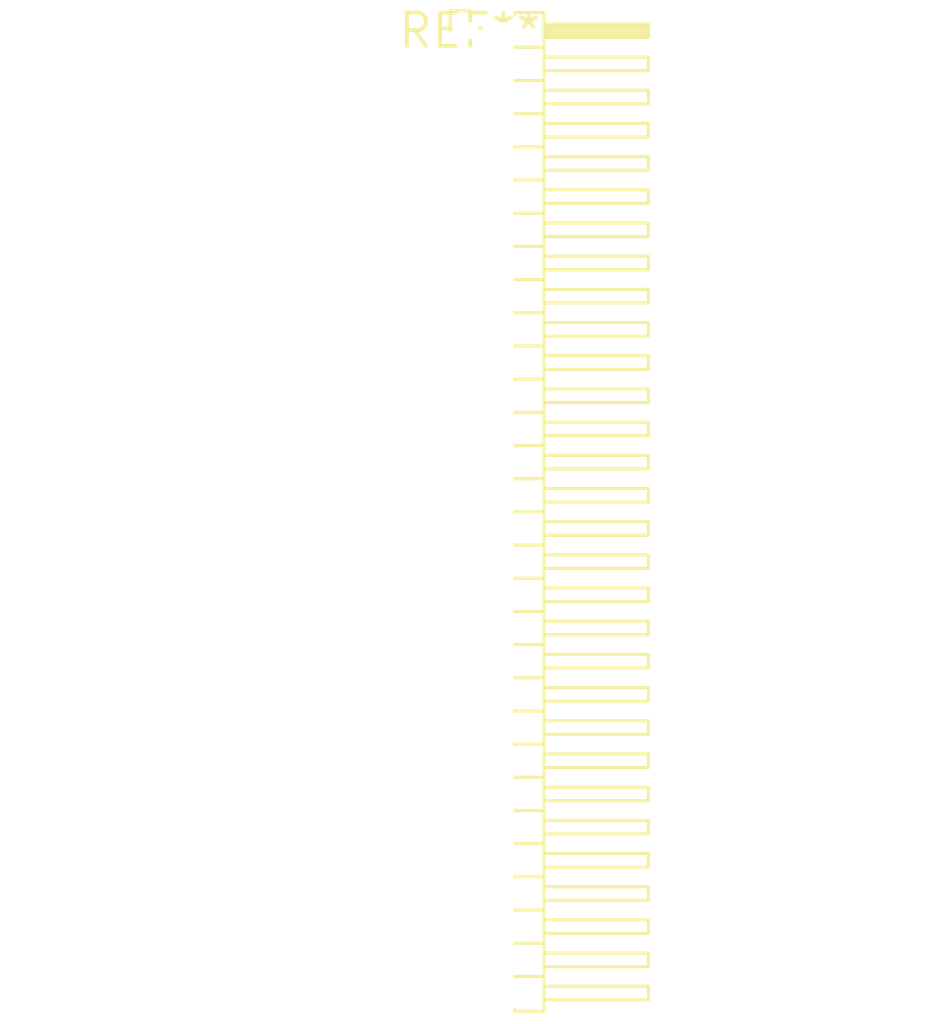
<source format=kicad_pcb>
(kicad_pcb (version 20240108) (generator pcbnew)
  (layers (0 "F.Cu" signal) (31 "B.Cu" signal) (34 "B.Paste" user) (35 "F.Paste" user) (36 "B.SilkS" user "B.Silkscreen") (37 "F.SilkS" user "F.Silkscreen") (38 "B.Mask" user) (39 "F.Mask" user) (44 "Edge.Cuts" user))
  (net 0 "")
  (footprint "PinHeader_2x30_P1.27mm_Horizontal" (layer "F.Cu") (at 0 0)
    (property "Reference" "REF**")
    (property "Value" "PinHeader_2x30_P1.27mm_Horizontal")
    (fp_line (start -0.76 -0.76) (end 0 -0.76) (layer "F.SilkS") (stroke (width 0.12)))
    (fp_line (start -0.76 0) (end -0.76 -0.76) (layer "F.SilkS") (stroke (width 0.12)))
    (fp_line (start 1.71 -0.695) (end 2.83 -0.695) (layer "F.SilkS") (stroke (width 0.12)))
    (fp_line (start 1.71 -0.619677) (end 1.71 -0.695) (layer "F.SilkS") (stroke (width 0.12)))
    (fp_line (start 1.71 0.619677) (end 1.71 0.650323) (layer "F.SilkS") (stroke (width 0.12)))
    (fp_line (start 1.71 0.635) (end 2.83 0.635) (layer "F.SilkS") (stroke (width 0.12)))
    (fp_line (start 1.71 1.889677) (end 1.71 1.920323) (layer "F.SilkS") (stroke (width 0.12)))
    (fp_line (start 1.71 1.905) (end 2.83 1.905) (layer "F.SilkS") (stroke (width 0.12)))
    (fp_line (start 1.71 3.159677) (end 1.71 3.190323) (layer "F.SilkS") (stroke (width 0.12)))
    (fp_line (start 1.71 3.175) (end 2.83 3.175) (layer "F.SilkS") (stroke (width 0.12)))
    (fp_line (start 1.71 4.429677) (end 1.71 4.460323) (layer "F.SilkS") (stroke (width 0.12)))
    (fp_line (start 1.71 4.445) (end 2.83 4.445) (layer "F.SilkS") (stroke (width 0.12)))
    (fp_line (start 1.71 5.699677) (end 1.71 5.730323) (layer "F.SilkS") (stroke (width 0.12)))
    (fp_line (start 1.71 5.715) (end 2.83 5.715) (layer "F.SilkS") (stroke (width 0.12)))
    (fp_line (start 1.71 6.969677) (end 1.71 7.000323) (layer "F.SilkS") (stroke (width 0.12)))
    (fp_line (start 1.71 6.985) (end 2.83 6.985) (layer "F.SilkS") (stroke (width 0.12)))
    (fp_line (start 1.71 8.239677) (end 1.71 8.270323) (layer "F.SilkS") (stroke (width 0.12)))
    (fp_line (start 1.71 8.255) (end 2.83 8.255) (layer "F.SilkS") (stroke (width 0.12)))
    (fp_line (start 1.71 9.509677) (end 1.71 9.540323) (layer "F.SilkS") (stroke (width 0.12)))
    (fp_line (start 1.71 9.525) (end 2.83 9.525) (layer "F.SilkS") (stroke (width 0.12)))
    (fp_line (start 1.71 10.779677) (end 1.71 10.810323) (layer "F.SilkS") (stroke (width 0.12)))
    (fp_line (start 1.71 10.795) (end 2.83 10.795) (layer "F.SilkS") (stroke (width 0.12)))
    (fp_line (start 1.71 12.049677) (end 1.71 12.080323) (layer "F.SilkS") (stroke (width 0.12)))
    (fp_line (start 1.71 12.065) (end 2.83 12.065) (layer "F.SilkS") (stroke (width 0.12)))
    (fp_line (start 1.71 13.319677) (end 1.71 13.350323) (layer "F.SilkS") (stroke (width 0.12)))
    (fp_line (start 1.71 13.335) (end 2.83 13.335) (layer "F.SilkS") (stroke (width 0.12)))
    (fp_line (start 1.71 14.589677) (end 1.71 14.620323) (layer "F.SilkS") (stroke (width 0.12)))
    (fp_line (start 1.71 14.605) (end 2.83 14.605) (layer "F.SilkS") (stroke (width 0.12)))
    (fp_line (start 1.71 15.859677) (end 1.71 15.890323) (layer "F.SilkS") (stroke (width 0.12)))
    (fp_line (start 1.71 15.875) (end 2.83 15.875) (layer "F.SilkS") (stroke (width 0.12)))
    (fp_line (start 1.71 17.129677) (end 1.71 17.160323) (layer "F.SilkS") (stroke (width 0.12)))
    (fp_line (start 1.71 17.145) (end 2.83 17.145) (layer "F.SilkS") (stroke (width 0.12)))
    (fp_line (start 1.71 18.399677) (end 1.71 18.430323) (layer "F.SilkS") (stroke (width 0.12)))
    (fp_line (start 1.71 18.415) (end 2.83 18.415) (layer "F.SilkS") (stroke (width 0.12)))
    (fp_line (start 1.71 19.669677) (end 1.71 19.700323) (layer "F.SilkS") (stroke (width 0.12)))
    (fp_line (start 1.71 19.685) (end 2.83 19.685) (layer "F.SilkS") (stroke (width 0.12)))
    (fp_line (start 1.71 20.939677) (end 1.71 20.970323) (layer "F.SilkS") (stroke (width 0.12)))
    (fp_line (start 1.71 20.955) (end 2.83 20.955) (layer "F.SilkS") (stroke (width 0.12)))
    (fp_line (start 1.71 22.209677) (end 1.71 22.240323) (layer "F.SilkS") (stroke (width 0.12)))
    (fp_line (start 1.71 22.225) (end 2.83 22.225) (layer "F.SilkS") (stroke (width 0.12)))
    (fp_line (start 1.71 23.479677) (end 1.71 23.510323) (layer "F.SilkS") (stroke (width 0.12)))
    (fp_line (start 1.71 23.495) (end 2.83 23.495) (layer "F.SilkS") (stroke (width 0.12)))
    (fp_line (start 1.71 24.749677) (end 1.71 24.780323) (layer "F.SilkS") (stroke (width 0.12)))
    (fp_line (start 1.71 24.765) (end 2.83 24.765) (layer "F.SilkS") (stroke (width 0.12)))
    (fp_line (start 1.71 26.019677) (end 1.71 26.050323) (layer "F.SilkS") (stroke (width 0.12)))
    (fp_line (start 1.71 26.035) (end 2.83 26.035) (layer "F.SilkS") (stroke (width 0.12)))
    (fp_line (start 1.71 27.289677) (end 1.71 27.320323) (layer "F.SilkS") (stroke (width 0.12)))
    (fp_line (start 1.71 27.305) (end 2.83 27.305) (layer "F.SilkS") (stroke (width 0.12)))
    (fp_line (start 1.71 28.559677) (end 1.71 28.590323) (layer "F.SilkS") (stroke (width 0.12)))
    (fp_line (start 1.71 28.575) (end 2.83 28.575) (layer "F.SilkS") (stroke (width 0.12)))
    (fp_line (start 1.71 29.829677) (end 1.71 29.860323) (layer "F.SilkS") (stroke (width 0.12)))
    (fp_line (start 1.71 29.845) (end 2.83 29.845) (layer "F.SilkS") (stroke (width 0.12)))
    (fp_line (start 1.71 31.099677) (end 1.71 31.130323) (layer "F.SilkS") (stroke (width 0.12)))
    (fp_line (start 1.71 31.115) (end 2.83 31.115) (layer "F.SilkS") (stroke (width 0.12)))
    (fp_line (start 1.71 32.369677) (end 1.71 32.400323) (layer "F.SilkS") (stroke (width 0.12)))
    (fp_line (start 1.71 32.385) (end 2.83 32.385) (layer "F.SilkS") (stroke (width 0.12)))
    (fp_line (start 1.71 33.639677) (end 1.71 33.670323) (layer "F.SilkS") (stroke (width 0.12)))
    (fp_line (start 1.71 33.655) (end 2.83 33.655) (layer "F.SilkS") (stroke (width 0.12)))
    (fp_line (start 1.71 34.909677) (end 1.71 34.940323) (layer "F.SilkS") (stroke (width 0.12)))
    (fp_line (start 1.71 34.925) (end 2.83 34.925) (layer "F.SilkS") (stroke (width 0.12)))
    (fp_line (start 1.71 36.179677) (end 1.71 36.210323) (layer "F.SilkS") (stroke (width 0.12)))
    (fp_line (start 1.71 36.195) (end 2.83 36.195) (layer "F.SilkS") (stroke (width 0.12)))
    (fp_line (start 1.71 37.525) (end 1.71 37.449677) (layer "F.SilkS") (stroke (width 0.12)))
    (fp_line (start 2.83 -0.695) (end 2.83 37.525) (layer "F.SilkS") (stroke (width 0.12)))
    (fp_line (start 2.83 -0.26) (end 6.83 -0.26) (layer "F.SilkS") (stroke (width 0.12)))
    (fp_line (start 2.83 -0.2) (end 6.83 -0.2) (layer "F.SilkS") (stroke (width 0.12)))
    (fp_line (start 2.83 -0.08) (end 6.83 -0.08) (layer "F.SilkS") (stroke (width 0.12)))
    (fp_line (start 2.83 0.04) (end 6.83 0.04) (layer "F.SilkS") (stroke (width 0.12)))
    (fp_line (start 2.83 0.16) (end 6.83 0.16) (layer "F.SilkS") (stroke (width 0.12)))
    (fp_line (start 2.83 1.01) (end 6.83 1.01) (layer "F.SilkS") (stroke (width 0.12)))
    (fp_line (start 2.83 2.28) (end 6.83 2.28) (layer "F.SilkS") (stroke (width 0.12)))
    (fp_line (start 2.83 3.55) (end 6.83 3.55) (layer "F.SilkS") (stroke (width 0.12)))
    (fp_line (start 2.83 4.82) (end 6.83 4.82) (layer "F.SilkS") (stroke (width 0.12)))
    (fp_line (start 2.83 6.09) (end 6.83 6.09) (layer "F.SilkS") (stroke (width 0.12)))
    (fp_line (start 2.83 7.36) (end 6.83 7.36) (layer "F.SilkS") (stroke (width 0.12)))
    (fp_line (start 2.83 8.63) (end 6.83 8.63) (layer "F.SilkS") (stroke (width 0.12)))
    (fp_line (start 2.83 9.9) (end 6.83 9.9) (layer "F.SilkS") (stroke (width 0.12)))
    (fp_line (start 2.83 11.17) (end 6.83 11.17) (layer "F.SilkS") (stroke (width 0.12)))
    (fp_line (start 2.83 12.44) (end 6.83 12.44) (layer "F.SilkS") (stroke (width 0.12)))
    (fp_line (start 2.83 13.71) (end 6.83 13.71) (layer "F.SilkS") (stroke (width 0.12)))
    (fp_line (start 2.83 14.98) (end 6.83 14.98) (layer "F.SilkS") (stroke (width 0.12)))
    (fp_line (start 2.83 16.25) (end 6.83 16.25) (layer "F.SilkS") (stroke (width 0.12)))
    (fp_line (start 2.83 17.52) (end 6.83 17.52) (layer "F.SilkS") (stroke (width 0.12)))
    (fp_line (start 2.83 18.79) (end 6.83 18.79) (layer "F.SilkS") (stroke (width 0.12)))
    (fp_line (start 2.83 20.06) (end 6.83 20.06) (layer "F.SilkS") (stroke (width 0.12)))
    (fp_line (start 2.83 21.33) (end 6.83 21.33) (layer "F.SilkS") (stroke (width 0.12)))
    (fp_line (start 2.83 22.6) (end 6.83 22.6) (layer "F.SilkS") (stroke (width 0.12)))
    (fp_line (start 2.83 23.87) (end 6.83 23.87) (layer "F.SilkS") (stroke (width 0.12)))
    (fp_line (start 2.83 25.14) (end 6.83 25.14) (layer "F.SilkS") (stroke (width 0.12)))
    (fp_line (start 2.83 26.41) (end 6.83 26.41) (layer "F.SilkS") (stroke (width 0.12)))
    (fp_line (start 2.83 27.68) (end 6.83 27.68) (layer "F.SilkS") (stroke (width 0.12)))
    (fp_line (start 2.83 28.95) (end 6.83 28.95) (layer "F.SilkS") (stroke (width 0.12)))
    (fp_line (start 2.83 30.22) (end 6.83 30.22) (layer "F.SilkS") (stroke (width 0.12)))
    (fp_line (start 2.83 31.49) (end 6.83 31.49) (layer "F.SilkS") (stroke (width 0.12)))
    (fp_line (start 2.83 32.76) (end 6.83 32.76) (layer "F.SilkS") (stroke (width 0.12)))
    (fp_line (start 2.83 34.03) (end 6.83 34.03) (layer "F.SilkS") (stroke (width 0.12)))
    (fp_line (start 2.83 35.3) (end 6.83 35.3) (layer "F.SilkS") (stroke (width 0.12)))
    (fp_line (start 2.83 36.57) (end 6.83 36.57) (layer "F.SilkS") (stroke (width 0.12)))
    (fp_line (start 2.83 37.525) (end 1.71 37.525) (layer "F.SilkS") (stroke (width 0.12)))
    (fp_line (start 6.83 -0.26) (end 6.83 0.26) (layer "F.SilkS") (stroke (width 0.12)))
    (fp_line (start 6.83 0.26) (end 2.83 0.26) (layer "F.SilkS") (stroke (width 0.12)))
    (fp_line (start 6.83 1.01) (end 6.83 1.53) (layer "F.SilkS") (stroke (width 0.12)))
    (fp_line (start 6.83 1.53) (end 2.83 1.53) (layer "F.SilkS") (stroke (width 0.12)))
    (fp_line (start 6.83 2.28) (end 6.83 2.8) (layer "F.SilkS") (stroke (width 0.12)))
    (fp_line (start 6.83 2.8) (end 2.83 2.8) (layer "F.SilkS") (stroke (width 0.12)))
    (fp_line (start 6.83 3.55) (end 6.83 4.07) (layer "F.SilkS") (stroke (width 0.12)))
    (fp_line (start 6.83 4.07) (end 2.83 4.07) (layer "F.SilkS") (stroke (width 0.12)))
    (fp_line (start 6.83 4.82) (end 6.83 5.34) (layer "F.SilkS") (stroke (width 0.12)))
    (fp_line (start 6.83 5.34) (end 2.83 5.34) (layer "F.SilkS") (stroke (width 0.12)))
    (fp_line (start 6.83 6.09) (end 6.83 6.61) (layer "F.SilkS") (stroke (width 0.12)))
    (fp_line (start 6.83 6.61) (end 2.83 6.61) (layer "F.SilkS") (stroke (width 0.12)))
    (fp_line (start 6.83 7.36) (end 6.83 7.88) (layer "F.SilkS") (stroke (width 0.12)))
    (fp_line (start 6.83 7.88) (end 2.83 7.88) (layer "F.SilkS") (stroke (width 0.12)))
    (fp_line (start 6.83 8.63) (end 6.83 9.15) (layer "F.SilkS") (stroke (width 0.12)))
    (fp_line (start 6.83 9.15) (end 2.83 9.15) (layer "F.SilkS") (stroke (width 0.12)))
    (fp_line (start 6.83 9.9) (end 6.83 10.42) (layer "F.SilkS") (stroke (width 0.12)))
    (fp_line (start 6.83 10.42) (end 2.83 10.42) (layer "F.SilkS") (stroke (width 0.12)))
    (fp_line (start 6.83 11.17) (end 6.83 11.69) (layer "F.SilkS") (stroke (width 0.12)))
    (fp_line (start 6.83 11.69) (end 2.83 11.69) (layer "F.SilkS") (stroke (width 0.12)))
    (fp_line (start 6.83 12.44) (end 6.83 12.96) (layer "F.SilkS") (stroke (width 0.12)))
    (fp_line (start 6.83 12.96) (end 2.83 12.96) (layer "F.SilkS") (stroke (width 0.12)))
    (fp_line (start 6.83 13.71) (end 6.83 14.23) (layer "F.SilkS") (stroke (width 0.12)))
    (fp_line (start 6.83 14.23) (end 2.83 14.23) (layer "F.SilkS") (stroke (width 0.12)))
    (fp_line (start 6.83 14.98) (end 6.83 15.5) (layer "F.SilkS") (stroke (width 0.12)))
    (fp_line (start 6.83 15.5) (end 2.83 15.5) (layer "F.SilkS") (stroke (width 0.12)))
    (fp_line (start 6.83 16.25) (end 6.83 16.77) (layer "F.SilkS") (stroke (width 0.12)))
    (fp_line (start 6.83 16.77) (end 2.83 16.77) (layer "F.SilkS") (stroke (width 0.12)))
    (fp_line (start 6.83 17.52) (end 6.83 18.04) (layer "F.SilkS") (stroke (width 0.12)))
    (fp_line (start 6.83 18.04) (end 2.83 18.04) (layer "F.SilkS") (stroke (width 0.12)))
    (fp_line (start 6.83 18.79) (end 6.83 19.31) (layer "F.SilkS") (stroke (width 0.12)))
    (fp_line (start 6.83 19.31) (end 2.83 19.31) (layer "F.SilkS") (stroke (width 0.12)))
    (fp_line (start 6.83 20.06) (end 6.83 20.58) (layer "F.SilkS") (stroke (width 0.12)))
    (fp_line (start 6.83 20.58) (end 2.83 20.58) (layer "F.SilkS") (stroke (width 0.12)))
    (fp_line (start 6.83 21.33) (end 6.83 21.85) (layer "F.SilkS") (stroke (width 0.12)))
    (fp_line (start 6.83 21.85) (end 2.83 21.85) (layer "F.SilkS") (stroke (width 0.12)))
    (fp_line (start 6.83 22.6) (end 6.83 23.12) (layer "F.SilkS") (stroke (width 0.12)))
    (fp_line (start 6.83 23.12) (end 2.83 23.12) (layer "F.SilkS") (stroke (width 0.12)))
    (fp_line (start 6.83 23.87) (end 6.83 24.39) (layer "F.SilkS") (stroke (width 0.12)))
    (fp_line (start 6.83 24.39) (end 2.83 24.39) (layer "F.SilkS") (stroke (width 0.12)))
    (fp_line (start 6.83 25.14) (end 6.83 25.66) (layer "F.SilkS") (stroke (width 0.12)))
    (fp_line (start 6.83 25.66) (end 2.83 25.66) (layer "F.SilkS") (stroke (width 0.12)))
    (fp_line (start 6.83 26.41) (end 6.83 26.93) (layer "F.SilkS") (stroke (width 0.12)))
    (fp_line (start 6.83 26.93) (end 2.83 26.93) (layer "F.SilkS") (stroke (width 0.12)))
    (fp_line (start 6.83 27.68) (end 6.83 28.2) (layer "F.SilkS") (stroke (width 0.12)))
    (fp_line (start 6.83 28.2) (end 2.83 28.2) (layer "F.SilkS") (stroke (width 0.12)))
    (fp_line (start 6.83 28.95) (end 6.83 29.47) (layer "F.SilkS") (stroke (width 0.12)))
    (fp_line (start 6.83 29.47) (end 2.83 29.47) (layer "F.SilkS") (stroke (width 0.12)))
    (fp_line (start 6.83 30.22) (end 6.83 30.74) (layer "F.SilkS") (stroke (width 0.12)))
    (fp_line (start 6.83 30.74) (end 2.83 30.74) (layer "F.SilkS") (stroke (width 0.12)))
    (fp_line (start 6.83 31.49) (end 6.83 32.01) (layer "F.SilkS") (stroke (width 0.12)))
    (fp_line (start 6.83 32.01) (end 2.83 32.01) (layer "F.SilkS") (stroke (width 0.12)))
    (fp_line (start 6.83 32.76) (end 6.83 33.28) (layer "F.SilkS") (stroke (width 0.12)))
    (fp_line (start 6.83 33.28) (end 2.83 33.28) (layer "F.SilkS") (stroke (width 0.12)))
    (fp_line (start 6.83 34.03) (end 6.83 34.55) (layer "F.SilkS") (stroke (width 0.12)))
    (fp_line (start 6.83 34.55) (end 2.83 34.55) (layer "F.SilkS") (stroke (width 0.12)))
    (fp_line (start 6.83 35.3) (end 6.83 35.82) (layer "F.SilkS") (stroke (width 0.12)))
    (fp_line (start 6.83 35.82) (end 2.83 35.82) (layer "F.SilkS") (stroke (width 0.12)))
    (fp_line (start 6.83 36.57) (end 6.83 37.09) (layer "F.SilkS") (stroke (width 0.12)))
    (fp_line (start 6.83 37.09) (end 2.83 37.09) (layer "F.SilkS") (stroke (width 0.12)))
    (pad "1" thru_hole rect (at 0 0) (size 1 1) (drill 0.65) (layers *.Cu *.Mask) (remove_unused_layers))
    (pad "2" thru_hole oval (at 1.27 0) (size 1 1) (drill 0.65) (layers *.Cu *.Mask) (remove_unused_layers))
    (pad "3" thru_hole oval (at 0 1.27) (size 1 1) (drill 0.65) (layers *.Cu *.Mask) (remove_unused_layers))
    (pad "4" thru_hole oval (at 1.27 1.27) (size 1 1) (drill 0.65) (layers *.Cu *.Mask) (remove_unused_layers))
    (pad "5" thru_hole oval (at 0 2.54) (size 1 1) (drill 0.65) (layers *.Cu *.Mask) (remove_unused_layers))
    (pad "6" thru_hole oval (at 1.27 2.54) (size 1 1) (drill 0.65) (layers *.Cu *.Mask) (remove_unused_layers))
    (pad "7" thru_hole oval (at 0 3.81) (size 1 1) (drill 0.65) (layers *.Cu *.Mask) (remove_unused_layers))
    (pad "8" thru_hole oval (at 1.27 3.81) (size 1 1) (drill 0.65) (layers *.Cu *.Mask) (remove_unused_layers))
    (pad "9" thru_hole oval (at 0 5.08) (size 1 1) (drill 0.65) (layers *.Cu *.Mask) (remove_unused_layers))
    (pad "10" thru_hole oval (at 1.27 5.08) (size 1 1) (drill 0.65) (layers *.Cu *.Mask) (remove_unused_layers))
    (pad "11" thru_hole oval (at 0 6.35) (size 1 1) (drill 0.65) (layers *.Cu *.Mask) (remove_unused_layers))
    (pad "12" thru_hole oval (at 1.27 6.35) (size 1 1) (drill 0.65) (layers *.Cu *.Mask) (remove_unused_layers))
    (pad "13" thru_hole oval (at 0 7.62) (size 1 1) (drill 0.65) (layers *.Cu *.Mask) (remove_unused_layers))
    (pad "14" thru_hole oval (at 1.27 7.62) (size 1 1) (drill 0.65) (layers *.Cu *.Mask) (remove_unused_layers))
    (pad "15" thru_hole oval (at 0 8.89) (size 1 1) (drill 0.65) (layers *.Cu *.Mask) (remove_unused_layers))
    (pad "16" thru_hole oval (at 1.27 8.89) (size 1 1) (drill 0.65) (layers *.Cu *.Mask) (remove_unused_layers))
    (pad "17" thru_hole oval (at 0 10.16) (size 1 1) (drill 0.65) (layers *.Cu *.Mask) (remove_unused_layers))
    (pad "18" thru_hole oval (at 1.27 10.16) (size 1 1) (drill 0.65) (layers *.Cu *.Mask) (remove_unused_layers))
    (pad "19" thru_hole oval (at 0 11.43) (size 1 1) (drill 0.65) (layers *.Cu *.Mask) (remove_unused_layers))
    (pad "20" thru_hole oval (at 1.27 11.43) (size 1 1) (drill 0.65) (layers *.Cu *.Mask) (remove_unused_layers))
    (pad "21" thru_hole oval (at 0 12.7) (size 1 1) (drill 0.65) (layers *.Cu *.Mask) (remove_unused_layers))
    (pad "22" thru_hole oval (at 1.27 12.7) (size 1 1) (drill 0.65) (layers *.Cu *.Mask) (remove_unused_layers))
    (pad "23" thru_hole oval (at 0 13.97) (size 1 1) (drill 0.65) (layers *.Cu *.Mask) (remove_unused_layers))
    (pad "24" thru_hole oval (at 1.27 13.97) (size 1 1) (drill 0.65) (layers *.Cu *.Mask) (remove_unused_layers))
    (pad "25" thru_hole oval (at 0 15.24) (size 1 1) (drill 0.65) (layers *.Cu *.Mask) (remove_unused_layers))
    (pad "26" thru_hole oval (at 1.27 15.24) (size 1 1) (drill 0.65) (layers *.Cu *.Mask) (remove_unused_layers))
    (pad "27" thru_hole oval (at 0 16.51) (size 1 1) (drill 0.65) (layers *.Cu *.Mask) (remove_unused_layers))
    (pad "28" thru_hole oval (at 1.27 16.51) (size 1 1) (drill 0.65) (layers *.Cu *.Mask) (remove_unused_layers))
    (pad "29" thru_hole oval (at 0 17.78) (size 1 1) (drill 0.65) (layers *.Cu *.Mask) (remove_unused_layers))
    (pad "30" thru_hole oval (at 1.27 17.78) (size 1 1) (drill 0.65) (layers *.Cu *.Mask) (remove_unused_layers))
    (pad "31" thru_hole oval (at 0 19.05) (size 1 1) (drill 0.65) (layers *.Cu *.Mask) (remove_unused_layers))
    (pad "32" thru_hole oval (at 1.27 19.05) (size 1 1) (drill 0.65) (layers *.Cu *.Mask) (remove_unused_layers))
    (pad "33" thru_hole oval (at 0 20.32) (size 1 1) (drill 0.65) (layers *.Cu *.Mask) (remove_unused_layers))
    (pad "34" thru_hole oval (at 1.27 20.32) (size 1 1) (drill 0.65) (layers *.Cu *.Mask) (remove_unused_layers))
    (pad "35" thru_hole oval (at 0 21.59) (size 1 1) (drill 0.65) (layers *.Cu *.Mask) (remove_unused_layers))
    (pad "36" thru_hole oval (at 1.27 21.59) (size 1 1) (drill 0.65) (layers *.Cu *.Mask) (remove_unused_layers))
    (pad "37" thru_hole oval (at 0 22.86) (size 1 1) (drill 0.65) (layers *.Cu *.Mask) (remove_unused_layers))
    (pad "38" thru_hole oval (at 1.27 22.86) (size 1 1) (drill 0.65) (layers *.Cu *.Mask) (remove_unused_layers))
    (pad "39" thru_hole oval (at 0 24.13) (size 1 1) (drill 0.65) (layers *.Cu *.Mask) (remove_unused_layers))
    (pad "40" thru_hole oval (at 1.27 24.13) (size 1 1) (drill 0.65) (layers *.Cu *.Mask) (remove_unused_layers))
    (pad "41" thru_hole oval (at 0 25.4) (size 1 1) (drill 0.65) (layers *.Cu *.Mask) (remove_unused_layers))
    (pad "42" thru_hole oval (at 1.27 25.4) (size 1 1) (drill 0.65) (layers *.Cu *.Mask) (remove_unused_layers))
    (pad "43" thru_hole oval (at 0 26.67) (size 1 1) (drill 0.65) (layers *.Cu *.Mask) (remove_unused_layers))
    (pad "44" thru_hole oval (at 1.27 26.67) (size 1 1) (drill 0.65) (layers *.Cu *.Mask) (remove_unused_layers))
    (pad "45" thru_hole oval (at 0 27.94) (size 1 1) (drill 0.65) (layers *.Cu *.Mask) (remove_unused_layers))
    (pad "46" thru_hole oval (at 1.27 27.94) (size 1 1) (drill 0.65) (layers *.Cu *.Mask) (remove_unused_layers))
    (pad "47" thru_hole oval (at 0 29.21) (size 1 1) (drill 0.65) (layers *.Cu *.Mask) (remove_unused_layers))
    (pad "48" thru_hole oval (at 1.27 29.21) (size 1 1) (drill 0.65) (layers *.Cu *.Mask) (remove_unused_layers))
    (pad "49" thru_hole oval (at 0 30.48) (size 1 1) (drill 0.65) (layers *.Cu *.Mask) (remove_unused_layers))
    (pad "50" thru_hole oval (at 1.27 30.48) (size 1 1) (drill 0.65) (layers *.Cu *.Mask) (remove_unused_layers))
    (pad "51" thru_hole oval (at 0 31.75) (size 1 1) (drill 0.65) (layers *.Cu *.Mask) (remove_unused_layers))
    (pad "52" thru_hole oval (at 1.27 31.75) (size 1 1) (drill 0.65) (layers *.Cu *.Mask) (remove_unused_layers))
    (pad "53" thru_hole oval (at 0 33.02) (size 1 1) (drill 0.65) (layers *.Cu *.Mask) (remove_unused_layers))
    (pad "54" thru_hole oval (at 1.27 33.02) (size 1 1) (drill 0.65) (layers *.Cu *.Mask) (remove_unused_layers))
    (pad "55" thru_hole oval (at 0 34.29) (size 1 1) (drill 0.65) (layers *.Cu *.Mask) (remove_unused_layers))
    (pad "56" thru_hole oval (at 1.27 34.29) (size 1 1) (drill 0.65) (layers *.Cu *.Mask) (remove_unused_layers))
    (pad "57" thru_hole oval (at 0 35.56) (size 1 1) (drill 0.65) (layers *.Cu *.Mask) (remove_unused_layers))
    (pad "58" thru_hole oval (at 1.27 35.56) (size 1 1) (drill 0.65) (layers *.Cu *.Mask) (remove_unused_layers))
    (pad "59" thru_hole oval (at 0 36.83) (size 1 1) (drill 0.65) (layers *.Cu *.Mask) (remove_unused_layers))
    (pad "60" thru_hole oval (at 1.27 36.83) (size 1 1) (drill 0.65) (layers *.Cu *.Mask) (remove_unused_layers))
  )
)
</source>
